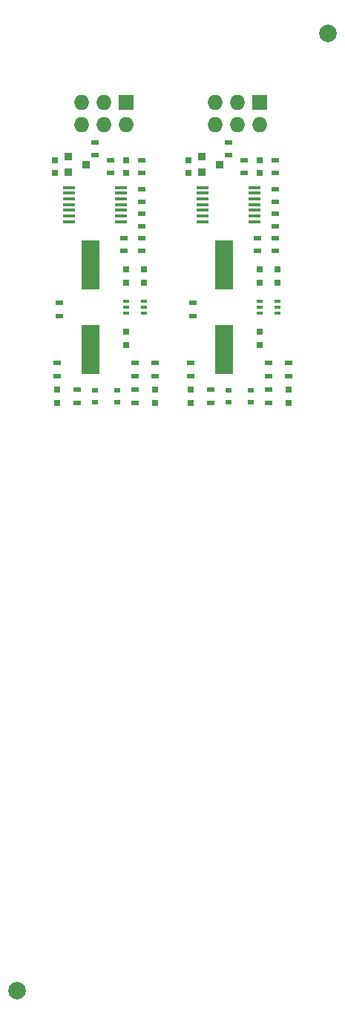
<source format=gbr>
G04 #@! TF.FileFunction,Soldermask,Top*
%FSLAX46Y46*%
G04 Gerber Fmt 4.6, Leading zero omitted, Abs format (unit mm)*
G04 Created by KiCad (PCBNEW (2015-04-12 BZR 5595)-product) date Mon 20 Apr 2015 09:24:05 PM EEST*
%MOMM*%
G01*
G04 APERTURE LIST*
%ADD10C,0.100000*%
%ADD11C,2.000000*%
%ADD12R,0.900000X0.500000*%
%ADD13R,0.750000X0.800000*%
%ADD14R,0.700000X0.600000*%
%ADD15R,1.727200X1.727200*%
%ADD16O,1.727200X1.727200*%
%ADD17R,2.100580X5.600700*%
%ADD18R,0.660400X0.406400*%
%ADD19R,0.914400X0.914400*%
%ADD20R,1.450000X0.450000*%
G04 APERTURE END LIST*
D10*
D11*
X132016500Y-30480000D03*
X96520000Y-139763500D03*
D12*
X116583400Y-62781286D03*
X116583400Y-61281286D03*
X125219400Y-69639286D03*
X125219400Y-68139286D03*
X127505400Y-69639286D03*
X127505400Y-68139286D03*
X116329400Y-69639286D03*
X116329400Y-68139286D03*
X125219400Y-72687286D03*
X125219400Y-71187286D03*
X118615400Y-72687286D03*
X118615400Y-71187286D03*
X123977400Y-53860000D03*
X123977400Y-55360000D03*
X126009400Y-55360000D03*
X126009400Y-53860000D03*
D13*
X124203400Y-58971286D03*
X124203400Y-57471286D03*
X126235400Y-58971286D03*
X126235400Y-57471286D03*
X124203400Y-66083286D03*
X124203400Y-64583286D03*
X127505400Y-71187286D03*
X127505400Y-72687286D03*
X116329400Y-71187286D03*
X116329400Y-72687286D03*
D14*
X120647400Y-72637286D03*
X120647400Y-71237286D03*
X123187400Y-71237286D03*
X123187400Y-72637286D03*
D15*
X124231400Y-38354000D03*
D16*
X124231400Y-40894000D03*
X121691400Y-38354000D03*
X121691400Y-40894000D03*
X119151400Y-38354000D03*
X119151400Y-40894000D03*
D17*
X120139400Y-56928426D03*
X120139400Y-66626146D03*
D18*
X124203400Y-61116886D03*
X124203400Y-62437686D03*
X124203400Y-61777286D03*
X126235400Y-62437686D03*
X126235400Y-61116886D03*
X126235400Y-61777286D03*
D12*
X126009400Y-51066000D03*
X126009400Y-52566000D03*
X122453400Y-44970000D03*
X122453400Y-46470000D03*
X126009400Y-44970000D03*
X126009400Y-46470000D03*
X126009400Y-48272000D03*
X126009400Y-49772000D03*
D19*
X117627400Y-46355000D03*
X117627400Y-44577000D03*
X119659400Y-45466000D03*
D13*
X116103400Y-46470000D03*
X116103400Y-44970000D03*
X124231400Y-46470000D03*
X124231400Y-44970000D03*
D12*
X120675400Y-44438000D03*
X120675400Y-42938000D03*
D20*
X117725400Y-48088000D03*
X117725400Y-48738000D03*
X117725400Y-49388000D03*
X117725400Y-50038000D03*
X117725400Y-50688000D03*
X117725400Y-51338000D03*
X117725400Y-51988000D03*
X123625400Y-51988000D03*
X123625400Y-51338000D03*
X123625400Y-50688000D03*
X123625400Y-50038000D03*
X123625400Y-49388000D03*
X123625400Y-48738000D03*
X123625400Y-48088000D03*
X102460000Y-48088000D03*
X102460000Y-48738000D03*
X102460000Y-49388000D03*
X102460000Y-50038000D03*
X102460000Y-50688000D03*
X102460000Y-51338000D03*
X102460000Y-51988000D03*
X108360000Y-51988000D03*
X108360000Y-51338000D03*
X108360000Y-50688000D03*
X108360000Y-50038000D03*
X108360000Y-49388000D03*
X108360000Y-48738000D03*
X108360000Y-48088000D03*
D12*
X105410000Y-44438000D03*
X105410000Y-42938000D03*
D13*
X108966000Y-46470000D03*
X108966000Y-44970000D03*
X100838000Y-46470000D03*
X100838000Y-44970000D03*
D19*
X102362000Y-46355000D03*
X102362000Y-44577000D03*
X104394000Y-45466000D03*
D12*
X110744000Y-48272000D03*
X110744000Y-49772000D03*
X110744000Y-44970000D03*
X110744000Y-46470000D03*
X107188000Y-44970000D03*
X107188000Y-46470000D03*
X110744000Y-51066000D03*
X110744000Y-52566000D03*
D18*
X108938000Y-61116886D03*
X108938000Y-62437686D03*
X108938000Y-61777286D03*
X110970000Y-62437686D03*
X110970000Y-61116886D03*
X110970000Y-61777286D03*
D17*
X104874000Y-56928426D03*
X104874000Y-66626146D03*
D15*
X108966000Y-38354000D03*
D16*
X108966000Y-40894000D03*
X106426000Y-38354000D03*
X106426000Y-40894000D03*
X103886000Y-38354000D03*
X103886000Y-40894000D03*
D14*
X107922000Y-71237286D03*
X107922000Y-72637286D03*
X105382000Y-72637286D03*
X105382000Y-71237286D03*
D13*
X101064000Y-71187286D03*
X101064000Y-72687286D03*
X112240000Y-71187286D03*
X112240000Y-72687286D03*
X108938000Y-66083286D03*
X108938000Y-64583286D03*
X110970000Y-58971286D03*
X110970000Y-57471286D03*
X108938000Y-58971286D03*
X108938000Y-57471286D03*
D12*
X110744000Y-55360000D03*
X110744000Y-53860000D03*
X108712000Y-53860000D03*
X108712000Y-55360000D03*
X103350000Y-72687286D03*
X103350000Y-71187286D03*
X109954000Y-72687286D03*
X109954000Y-71187286D03*
X101064000Y-69639286D03*
X101064000Y-68139286D03*
X112240000Y-69639286D03*
X112240000Y-68139286D03*
X109954000Y-69639286D03*
X109954000Y-68139286D03*
X101318000Y-62781286D03*
X101318000Y-61281286D03*
M02*

</source>
